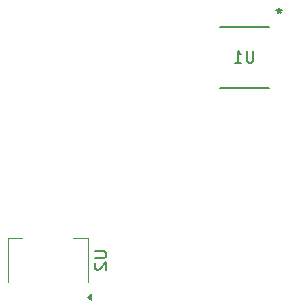
<source format=gbr>
%TF.GenerationSoftware,KiCad,Pcbnew,8.0.1*%
%TF.CreationDate,2024-08-21T14:38:24-03:00*%
%TF.ProjectId,monitoreo_solar,6d6f6e69-746f-4726-956f-5f736f6c6172,rev?*%
%TF.SameCoordinates,Original*%
%TF.FileFunction,Legend,Bot*%
%TF.FilePolarity,Positive*%
%FSLAX46Y46*%
G04 Gerber Fmt 4.6, Leading zero omitted, Abs format (unit mm)*
G04 Created by KiCad (PCBNEW 8.0.1) date 2024-08-21 14:38:24*
%MOMM*%
%LPD*%
G01*
G04 APERTURE LIST*
%ADD10C,0.150000*%
%ADD11C,0.120000*%
%ADD12C,0.152400*%
G04 APERTURE END LIST*
D10*
X48324819Y-93418095D02*
X49134342Y-93418095D01*
X49134342Y-93418095D02*
X49229580Y-93465714D01*
X49229580Y-93465714D02*
X49277200Y-93513333D01*
X49277200Y-93513333D02*
X49324819Y-93608571D01*
X49324819Y-93608571D02*
X49324819Y-93799047D01*
X49324819Y-93799047D02*
X49277200Y-93894285D01*
X49277200Y-93894285D02*
X49229580Y-93941904D01*
X49229580Y-93941904D02*
X49134342Y-93989523D01*
X49134342Y-93989523D02*
X48324819Y-93989523D01*
X48420057Y-94418095D02*
X48372438Y-94465714D01*
X48372438Y-94465714D02*
X48324819Y-94560952D01*
X48324819Y-94560952D02*
X48324819Y-94799047D01*
X48324819Y-94799047D02*
X48372438Y-94894285D01*
X48372438Y-94894285D02*
X48420057Y-94941904D01*
X48420057Y-94941904D02*
X48515295Y-94989523D01*
X48515295Y-94989523D02*
X48610533Y-94989523D01*
X48610533Y-94989523D02*
X48753390Y-94941904D01*
X48753390Y-94941904D02*
X49324819Y-94370476D01*
X49324819Y-94370476D02*
X49324819Y-94989523D01*
X61761904Y-76454819D02*
X61761904Y-77264342D01*
X61761904Y-77264342D02*
X61714285Y-77359580D01*
X61714285Y-77359580D02*
X61666666Y-77407200D01*
X61666666Y-77407200D02*
X61571428Y-77454819D01*
X61571428Y-77454819D02*
X61380952Y-77454819D01*
X61380952Y-77454819D02*
X61285714Y-77407200D01*
X61285714Y-77407200D02*
X61238095Y-77359580D01*
X61238095Y-77359580D02*
X61190476Y-77264342D01*
X61190476Y-77264342D02*
X61190476Y-76454819D01*
X60190476Y-77454819D02*
X60761904Y-77454819D01*
X60476190Y-77454819D02*
X60476190Y-76454819D01*
X60476190Y-76454819D02*
X60571428Y-76597676D01*
X60571428Y-76597676D02*
X60666666Y-76692914D01*
X60666666Y-76692914D02*
X60761904Y-76740533D01*
X63959099Y-72848019D02*
X63959099Y-73086114D01*
X64197194Y-72990876D02*
X63959099Y-73086114D01*
X63959099Y-73086114D02*
X63721004Y-72990876D01*
X64101956Y-73276590D02*
X63959099Y-73086114D01*
X63959099Y-73086114D02*
X63816242Y-73276590D01*
X63959099Y-72848019D02*
X63959099Y-73086114D01*
X64197194Y-72990876D02*
X63959099Y-73086114D01*
X63959099Y-73086114D02*
X63721004Y-72990876D01*
X64101956Y-73276590D02*
X63959099Y-73086114D01*
X63959099Y-73086114D02*
X63816242Y-73276590D01*
D11*
%TO.C,U2*%
X48010000Y-97550000D02*
X47680000Y-97310000D01*
X48010000Y-97070000D01*
X48010000Y-97550000D01*
G36*
X48010000Y-97550000D02*
G01*
X47680000Y-97310000D01*
X48010000Y-97070000D01*
X48010000Y-97550000D01*
G37*
X42220000Y-92270000D02*
X40960000Y-92270000D01*
X46520000Y-92270000D02*
X47780000Y-92270000D01*
X40960000Y-92270000D02*
X40960000Y-96030000D01*
X47780000Y-92270000D02*
X47780000Y-96030000D01*
D12*
%TO.C,U1*%
X58917200Y-79578100D02*
X63082800Y-79578100D01*
X63082800Y-74421900D02*
X58917200Y-74421900D01*
%TD*%
M02*

</source>
